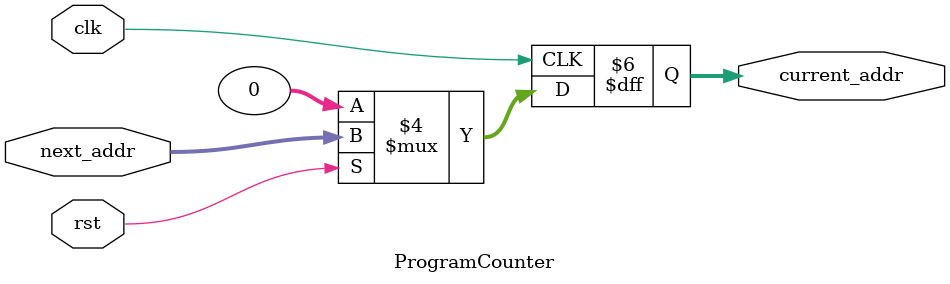
<source format=sv>
module ProgramCounter (
    input logic clk,       // Clock input
    input logic rst,     // Reset 
    input logic [31:0] next_addr, 
    output logic [31:0] current_addr 
);

//	 always_comb begin
//	  current_addr <= 32'b0;
//	 end

   always @(posedge clk) begin
        if (!rst)
            current_addr <= 32'b0;
        else
            current_addr <= next_addr; 
	end

endmodule

</source>
